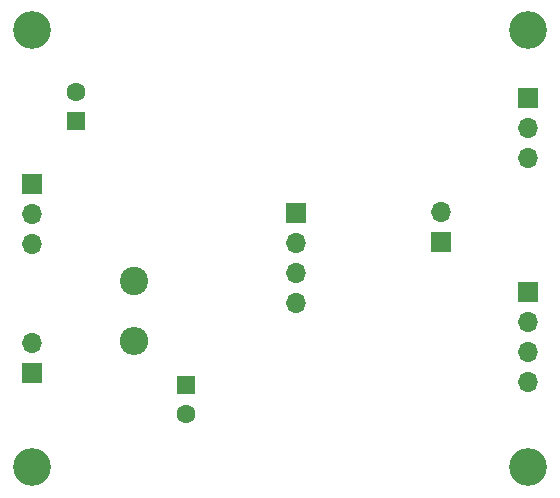
<source format=gbr>
G04 #@! TF.GenerationSoftware,KiCad,Pcbnew,(5.1.12)-1*
G04 #@! TF.CreationDate,2022-11-12T20:16:50+02:00*
G04 #@! TF.ProjectId,MagicLightsPCBNeo,4d616769-634c-4696-9768-74735043424e,rev?*
G04 #@! TF.SameCoordinates,Original*
G04 #@! TF.FileFunction,Soldermask,Bot*
G04 #@! TF.FilePolarity,Negative*
%FSLAX46Y46*%
G04 Gerber Fmt 4.6, Leading zero omitted, Abs format (unit mm)*
G04 Created by KiCad (PCBNEW (5.1.12)-1) date 2022-11-12 20:16:50*
%MOMM*%
%LPD*%
G01*
G04 APERTURE LIST*
%ADD10R,1.700000X1.700000*%
%ADD11O,1.700000X1.700000*%
%ADD12C,3.200000*%
%ADD13O,2.400000X2.400000*%
%ADD14C,2.400000*%
%ADD15R,1.600000X1.600000*%
%ADD16C,1.600000*%
G04 APERTURE END LIST*
D10*
X49300000Y-58500000D03*
D11*
X49300000Y-61040000D03*
X49300000Y-63580000D03*
X49300000Y-66120000D03*
D10*
X69000000Y-48700000D03*
D11*
X69000000Y-51240000D03*
X69000000Y-53780000D03*
D12*
X69000000Y-43000000D03*
D13*
X35600000Y-69280000D03*
D14*
X35600000Y-64200000D03*
D12*
X27000000Y-80000000D03*
X69000000Y-80000000D03*
X27000000Y-43000000D03*
D15*
X30700000Y-50700000D03*
D16*
X30700000Y-48200000D03*
X40000000Y-75500000D03*
D15*
X40000000Y-73000000D03*
D11*
X27000000Y-61080000D03*
X27000000Y-58540000D03*
D10*
X27000000Y-56000000D03*
X27000000Y-72000000D03*
D11*
X27000000Y-69460000D03*
D10*
X61600000Y-60900000D03*
D11*
X61600000Y-58360000D03*
D10*
X69000000Y-65200000D03*
D11*
X69000000Y-67740000D03*
X69000000Y-70280000D03*
X69000000Y-72820000D03*
M02*

</source>
